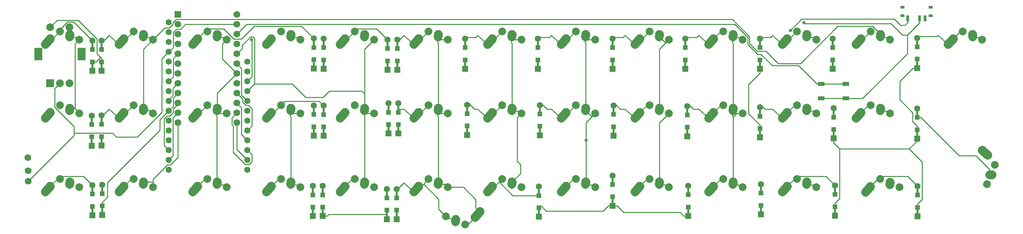
<source format=gbl>
G04 #@! TF.GenerationSoftware,KiCad,Pcbnew,(5.1.5-0-10_14)*
G04 #@! TF.CreationDate,2021-05-19T21:25:40+03:00*
G04 #@! TF.ProjectId,PRKL30,50524b4c-3330-42e6-9b69-6361645f7063,rev?*
G04 #@! TF.SameCoordinates,Original*
G04 #@! TF.FileFunction,Copper,L2,Bot*
G04 #@! TF.FilePolarity,Positive*
%FSLAX46Y46*%
G04 Gerber Fmt 4.6, Leading zero omitted, Abs format (unit mm)*
G04 Created by KiCad (PCBNEW (5.1.5-0-10_14)) date 2021-05-19 21:25:40*
%MOMM*%
%LPD*%
G04 APERTURE LIST*
%ADD10R,0.500000X2.500000*%
%ADD11C,1.600000*%
%ADD12R,1.600000X1.600000*%
%ADD13R,1.200000X1.200000*%
%ADD14R,2.000000X2.000000*%
%ADD15C,2.000000*%
%ADD16R,2.000000X3.200000*%
%ADD17C,2.250000*%
%ADD18C,2.250000*%
%ADD19C,1.752600*%
%ADD20R,1.752600X1.752600*%
%ADD21R,1.700000X1.000000*%
%ADD22R,0.700000X1.500000*%
%ADD23R,1.000000X0.800000*%
%ADD24C,0.800000*%
%ADD25C,0.250000*%
G04 APERTURE END LIST*
D10*
X146558000Y-64102000D03*
X146558000Y-69502000D03*
D11*
X146558000Y-62902000D03*
D12*
X146558000Y-70702000D03*
D13*
X146558000Y-68377000D03*
X146558000Y-65227000D03*
D14*
X59412500Y-74175000D03*
D15*
X61912500Y-74175000D03*
X64412500Y-74175000D03*
D16*
X56312500Y-66675000D03*
X67512500Y-66675000D03*
D15*
X59412500Y-59675000D03*
X64412500Y-59675000D03*
D11*
X110363000Y-68580000D03*
X110363000Y-71120000D03*
X110363000Y-73660000D03*
X110363000Y-76200000D03*
X110363000Y-78740000D03*
X110363000Y-81280000D03*
X110363000Y-83820000D03*
X110363000Y-86360000D03*
X110363000Y-88900000D03*
X110363000Y-96520000D03*
X110363000Y-91440000D03*
X110363000Y-93980000D03*
X90043000Y-58420000D03*
X90043000Y-60960000D03*
X90043000Y-63500000D03*
X90043000Y-66040000D03*
X90043000Y-68580000D03*
X90043000Y-71120000D03*
X90043000Y-73660000D03*
X90043000Y-76200000D03*
X90043000Y-78740000D03*
X90043000Y-81280000D03*
X90043000Y-83820000D03*
X90043000Y-86360000D03*
X90043000Y-88900000D03*
X90043000Y-91440000D03*
X90043000Y-93980000D03*
X90043000Y-96520000D03*
D17*
X164188000Y-109275000D02*
X164148458Y-109855032D01*
D18*
X164148000Y-109855000D03*
D17*
X170498000Y-107315000D02*
X169188010Y-108775008D01*
D18*
X169188000Y-108775000D03*
D15*
X161688000Y-108575000D03*
X166688000Y-110675000D03*
X303600000Y-95250000D03*
X301500000Y-100250000D03*
D18*
X301700000Y-92750000D03*
D17*
X300240000Y-91440000D02*
X301700008Y-92749990D01*
D18*
X302780000Y-97790000D03*
D17*
X302200000Y-97750000D02*
X302780032Y-97789542D01*
D10*
X130048000Y-63848000D03*
X130048000Y-69248000D03*
D11*
X130048000Y-62648000D03*
D12*
X130048000Y-70448000D03*
D13*
X130048000Y-68123000D03*
X130048000Y-64973000D03*
D19*
X107620000Y-56430000D03*
X92380000Y-84370000D03*
X107620000Y-58970000D03*
X107620000Y-61510000D03*
X107620000Y-64050000D03*
X107620000Y-66590000D03*
X107620000Y-69130000D03*
X107620000Y-71670000D03*
X107620000Y-74210000D03*
X107620000Y-76750000D03*
X107620000Y-79290000D03*
X107620000Y-81830000D03*
X107620000Y-84370000D03*
X92380000Y-81830000D03*
X92380000Y-79290000D03*
X92380000Y-76750000D03*
X92380000Y-74210000D03*
X92380000Y-71670000D03*
X92380000Y-69130000D03*
X92380000Y-66590000D03*
X92380000Y-64050000D03*
X92380000Y-61510000D03*
X92380000Y-58970000D03*
D20*
X92380000Y-56430000D03*
D10*
X70300000Y-64356000D03*
X70300000Y-69756000D03*
D11*
X70300000Y-63156000D03*
D12*
X70300000Y-70956000D03*
D13*
X70300000Y-68631000D03*
X70300000Y-65481000D03*
D10*
X72644000Y-64356000D03*
X72644000Y-69756000D03*
D11*
X72644000Y-63156000D03*
D12*
X72644000Y-70956000D03*
D13*
X72644000Y-68631000D03*
X72644000Y-65481000D03*
D10*
X127508000Y-63797000D03*
X127508000Y-69197000D03*
D11*
X127508000Y-62597000D03*
D12*
X127508000Y-70397000D03*
D13*
X127508000Y-68072000D03*
X127508000Y-64922000D03*
X149098000Y-65227000D03*
X149098000Y-68377000D03*
D12*
X149098000Y-70702000D03*
D11*
X149098000Y-62902000D03*
D10*
X149098000Y-69502000D03*
X149098000Y-64102000D03*
D13*
X166624000Y-64973000D03*
X166624000Y-68123000D03*
D12*
X166624000Y-70448000D03*
D11*
X166624000Y-62648000D03*
D10*
X166624000Y-69248000D03*
X166624000Y-63848000D03*
D13*
X185420000Y-64973000D03*
X185420000Y-68123000D03*
D12*
X185420000Y-70448000D03*
D11*
X185420000Y-62648000D03*
D10*
X185420000Y-69248000D03*
X185420000Y-63848000D03*
D13*
X204724000Y-64973000D03*
X204724000Y-68123000D03*
D12*
X204724000Y-70448000D03*
D11*
X204724000Y-62648000D03*
D10*
X204724000Y-69248000D03*
X204724000Y-63848000D03*
D13*
X223520000Y-64973000D03*
X223520000Y-68123000D03*
D12*
X223520000Y-70448000D03*
D11*
X223520000Y-62648000D03*
D10*
X223520000Y-69248000D03*
X223520000Y-63848000D03*
D13*
X242824000Y-64973000D03*
X242824000Y-68123000D03*
D12*
X242824000Y-70448000D03*
D11*
X242824000Y-62648000D03*
D10*
X242824000Y-69248000D03*
X242824000Y-63848000D03*
D13*
X261620000Y-64973000D03*
X261620000Y-68123000D03*
D12*
X261620000Y-70448000D03*
D11*
X261620000Y-62648000D03*
D10*
X261620000Y-69248000D03*
X261620000Y-63848000D03*
D13*
X283464000Y-64770000D03*
X283464000Y-67920000D03*
D12*
X283464000Y-70245000D03*
D11*
X283464000Y-62445000D03*
D10*
X283464000Y-69045000D03*
X283464000Y-63645000D03*
D13*
X70104000Y-84836000D03*
X70104000Y-87986000D03*
D12*
X70104000Y-90311000D03*
D11*
X70104000Y-82511000D03*
D10*
X70104000Y-89111000D03*
X70104000Y-83711000D03*
D13*
X72644000Y-84785000D03*
X72644000Y-87935000D03*
D12*
X72644000Y-90260000D03*
D11*
X72644000Y-82460000D03*
D10*
X72644000Y-89060000D03*
X72644000Y-83660000D03*
D13*
X127508000Y-82245000D03*
X127508000Y-85395000D03*
D12*
X127508000Y-87720000D03*
D11*
X127508000Y-79920000D03*
D10*
X127508000Y-86520000D03*
X127508000Y-81120000D03*
D13*
X130048000Y-82261000D03*
X130048000Y-85411000D03*
D12*
X130048000Y-87736000D03*
D11*
X130048000Y-79936000D03*
D10*
X130048000Y-86536000D03*
X130048000Y-81136000D03*
D13*
X146812000Y-81686000D03*
X146812000Y-84836000D03*
D12*
X146812000Y-87161000D03*
D11*
X146812000Y-79361000D03*
D10*
X146812000Y-85961000D03*
X146812000Y-80561000D03*
D13*
X149352000Y-81686000D03*
X149352000Y-84836000D03*
D12*
X149352000Y-87161000D03*
D11*
X149352000Y-79361000D03*
D10*
X149352000Y-85961000D03*
X149352000Y-80561000D03*
D13*
X167132000Y-82042000D03*
X167132000Y-85192000D03*
D12*
X167132000Y-87517000D03*
D11*
X167132000Y-79717000D03*
D10*
X167132000Y-86317000D03*
X167132000Y-80917000D03*
X185928000Y-81026000D03*
X185928000Y-86426000D03*
D11*
X185928000Y-79826000D03*
D12*
X185928000Y-87626000D03*
D13*
X185928000Y-85301000D03*
X185928000Y-82151000D03*
D10*
X204978000Y-81120000D03*
X204978000Y-86520000D03*
D11*
X204978000Y-79920000D03*
D12*
X204978000Y-87720000D03*
D13*
X204978000Y-85395000D03*
X204978000Y-82245000D03*
D10*
X224028000Y-81280000D03*
X224028000Y-86680000D03*
D11*
X224028000Y-80080000D03*
D12*
X224028000Y-87880000D03*
D13*
X224028000Y-85555000D03*
X224028000Y-82405000D03*
D10*
X242824000Y-81577000D03*
X242824000Y-86977000D03*
D11*
X242824000Y-80377000D03*
D12*
X242824000Y-88177000D03*
D13*
X242824000Y-85852000D03*
X242824000Y-82702000D03*
D10*
X261874000Y-81831000D03*
X261874000Y-87231000D03*
D11*
X261874000Y-80631000D03*
D12*
X261874000Y-88431000D03*
D13*
X261874000Y-86106000D03*
X261874000Y-82956000D03*
D10*
X70300000Y-101700000D03*
X70300000Y-107100000D03*
D11*
X70300000Y-100500000D03*
D12*
X70300000Y-108300000D03*
D13*
X70300000Y-105975000D03*
X70300000Y-102825000D03*
D10*
X72800000Y-101600000D03*
X72800000Y-107000000D03*
D11*
X72800000Y-100400000D03*
D12*
X72800000Y-108200000D03*
D13*
X72800000Y-105875000D03*
X72800000Y-102725000D03*
D10*
X127300000Y-101900000D03*
X127300000Y-107300000D03*
D11*
X127300000Y-100700000D03*
D12*
X127300000Y-108500000D03*
D13*
X127300000Y-106175000D03*
X127300000Y-103025000D03*
D10*
X129800000Y-101900000D03*
X129800000Y-107300000D03*
D11*
X129800000Y-100700000D03*
D12*
X129800000Y-108500000D03*
D13*
X129800000Y-106175000D03*
X129800000Y-103025000D03*
D10*
X146420000Y-102680000D03*
X146420000Y-108080000D03*
D11*
X146420000Y-101480000D03*
D12*
X146420000Y-109280000D03*
D13*
X146420000Y-106955000D03*
X146420000Y-103805000D03*
D10*
X148930000Y-102700000D03*
X148930000Y-108100000D03*
D11*
X148930000Y-101500000D03*
D12*
X148930000Y-109300000D03*
D13*
X148930000Y-106975000D03*
X148930000Y-103825000D03*
D10*
X185740000Y-102042000D03*
X185740000Y-107442000D03*
D11*
X185740000Y-100842000D03*
D12*
X185740000Y-108642000D03*
D13*
X185740000Y-106317000D03*
X185740000Y-103167000D03*
D10*
X204786000Y-99216000D03*
X204786000Y-104616000D03*
D11*
X204786000Y-98016000D03*
D12*
X204786000Y-105816000D03*
D13*
X204786000Y-103491000D03*
X204786000Y-100341000D03*
D10*
X224282000Y-101858000D03*
X224282000Y-107258000D03*
D11*
X224282000Y-100658000D03*
D12*
X224282000Y-108458000D03*
D13*
X224282000Y-106133000D03*
X224282000Y-102983000D03*
X243078000Y-102565000D03*
X243078000Y-105715000D03*
D12*
X243078000Y-108040000D03*
D11*
X243078000Y-100240000D03*
D10*
X243078000Y-106840000D03*
X243078000Y-101440000D03*
D13*
X262276000Y-102901000D03*
X262276000Y-106051000D03*
D12*
X262276000Y-108376000D03*
D11*
X262276000Y-100576000D03*
D10*
X262276000Y-107176000D03*
X262276000Y-101776000D03*
D13*
X283566000Y-103081000D03*
X283566000Y-106231000D03*
D12*
X283566000Y-108556000D03*
D11*
X283566000Y-100756000D03*
D10*
X283566000Y-107356000D03*
X283566000Y-101956000D03*
D21*
X258724000Y-78100000D03*
X265024000Y-78100000D03*
X258724000Y-74300000D03*
X265024000Y-74300000D03*
D17*
X64412500Y-62175000D02*
X64452042Y-61594968D01*
D18*
X64452500Y-61595000D03*
D17*
X58102500Y-64135000D02*
X59412490Y-62674992D01*
D18*
X59412500Y-62675000D03*
D15*
X66912500Y-62875000D03*
X61912500Y-60775000D03*
X80962500Y-60775000D03*
X85962500Y-62875000D03*
D18*
X78462500Y-62675000D03*
D17*
X77152500Y-64135000D02*
X78462490Y-62674992D01*
D18*
X83502500Y-61595000D03*
D17*
X83462500Y-62175000D02*
X83502042Y-61594968D01*
X102512000Y-62175000D02*
X102551542Y-61594968D01*
D18*
X102552000Y-61595000D03*
D17*
X96202000Y-64135000D02*
X97511990Y-62674992D01*
D18*
X97512000Y-62675000D03*
D15*
X105012000Y-62875000D03*
X100012000Y-60775000D03*
X119062000Y-60775000D03*
X124062000Y-62875000D03*
D18*
X116562000Y-62675000D03*
D17*
X115252000Y-64135000D02*
X116561990Y-62674992D01*
D18*
X121602000Y-61595000D03*
D17*
X121562000Y-62175000D02*
X121601542Y-61594968D01*
D15*
X138112000Y-60775000D03*
X143112000Y-62875000D03*
D18*
X135612000Y-62675000D03*
D17*
X134302000Y-64135000D02*
X135611990Y-62674992D01*
D18*
X140652000Y-61595000D03*
D17*
X140612000Y-62175000D02*
X140651542Y-61594968D01*
D15*
X157162000Y-60775000D03*
X162162000Y-62875000D03*
D18*
X154662000Y-62675000D03*
D17*
X153352000Y-64135000D02*
X154661990Y-62674992D01*
D18*
X159702000Y-61595000D03*
D17*
X159662000Y-62175000D02*
X159701542Y-61594968D01*
D15*
X176212000Y-60775000D03*
X181212000Y-62875000D03*
D18*
X173712000Y-62675000D03*
D17*
X172402000Y-64135000D02*
X173711990Y-62674992D01*
D18*
X178752000Y-61595000D03*
D17*
X178712000Y-62175000D02*
X178751542Y-61594968D01*
D15*
X195262000Y-60775000D03*
X200262000Y-62875000D03*
D18*
X192762000Y-62675000D03*
D17*
X191452000Y-64135000D02*
X192761990Y-62674992D01*
D18*
X197802000Y-61595000D03*
D17*
X197762000Y-62175000D02*
X197801542Y-61594968D01*
D15*
X214312000Y-60775000D03*
X219312000Y-62875000D03*
D18*
X211812000Y-62675000D03*
D17*
X210502000Y-64135000D02*
X211811990Y-62674992D01*
D18*
X216852000Y-61595000D03*
D17*
X216812000Y-62175000D02*
X216851542Y-61594968D01*
X235862000Y-62175000D02*
X235901542Y-61594968D01*
D18*
X235902000Y-61595000D03*
D17*
X229552000Y-64135000D02*
X230861990Y-62674992D01*
D18*
X230862000Y-62675000D03*
D15*
X238362000Y-62875000D03*
X233362000Y-60775000D03*
X252412000Y-60775000D03*
X257412000Y-62875000D03*
D18*
X249912000Y-62675000D03*
D17*
X248602000Y-64135000D02*
X249911990Y-62674992D01*
D18*
X254952000Y-61595000D03*
D17*
X254912000Y-62175000D02*
X254951542Y-61594968D01*
D15*
X271462000Y-60775000D03*
X276462000Y-62875000D03*
D18*
X268962000Y-62675000D03*
D17*
X267652000Y-64135000D02*
X268961990Y-62674992D01*
D18*
X274002000Y-61595000D03*
D17*
X273962000Y-62175000D02*
X274001542Y-61594968D01*
D15*
X61912500Y-79825000D03*
X66912500Y-81925000D03*
D18*
X59412500Y-81725000D03*
D17*
X58102500Y-83185000D02*
X59412490Y-81724992D01*
D18*
X64452500Y-80645000D03*
D17*
X64412500Y-81225000D02*
X64452042Y-80644968D01*
D15*
X80962500Y-79825000D03*
X85962500Y-81925000D03*
D18*
X78462500Y-81725000D03*
D17*
X77152500Y-83185000D02*
X78462490Y-81724992D01*
D18*
X83502500Y-80645000D03*
D17*
X83462500Y-81225000D02*
X83502042Y-80644968D01*
D15*
X100012000Y-79825000D03*
X105012000Y-81925000D03*
D18*
X97512000Y-81725000D03*
D17*
X96202000Y-83185000D02*
X97511990Y-81724992D01*
D18*
X102552000Y-80645000D03*
D17*
X102512000Y-81225000D02*
X102551542Y-80644968D01*
D15*
X119062000Y-79825000D03*
X124062000Y-81925000D03*
D18*
X116562000Y-81725000D03*
D17*
X115252000Y-83185000D02*
X116561990Y-81724992D01*
D18*
X121602000Y-80645000D03*
D17*
X121562000Y-81225000D02*
X121601542Y-80644968D01*
D15*
X138112000Y-79825000D03*
X143112000Y-81925000D03*
D18*
X135612000Y-81725000D03*
D17*
X134302000Y-83185000D02*
X135611990Y-81724992D01*
D18*
X140652000Y-80645000D03*
D17*
X140612000Y-81225000D02*
X140651542Y-80644968D01*
D15*
X157162000Y-79825000D03*
X162162000Y-81925000D03*
D18*
X154662000Y-81725000D03*
D17*
X153352000Y-83185000D02*
X154661990Y-81724992D01*
D18*
X159702000Y-80645000D03*
D17*
X159662000Y-81225000D02*
X159701542Y-80644968D01*
D15*
X176212000Y-79825000D03*
X181212000Y-81925000D03*
D18*
X173712000Y-81725000D03*
D17*
X172402000Y-83185000D02*
X173711990Y-81724992D01*
D18*
X178752000Y-80645000D03*
D17*
X178712000Y-81225000D02*
X178751542Y-80644968D01*
D15*
X195262000Y-79825000D03*
X200262000Y-81925000D03*
D18*
X192762000Y-81725000D03*
D17*
X191452000Y-83185000D02*
X192761990Y-81724992D01*
D18*
X197802000Y-80645000D03*
D17*
X197762000Y-81225000D02*
X197801542Y-80644968D01*
X216812000Y-81225000D02*
X216851542Y-80644968D01*
D18*
X216852000Y-80645000D03*
D17*
X210502000Y-83185000D02*
X211811990Y-81724992D01*
D18*
X211812000Y-81725000D03*
D15*
X219312000Y-81925000D03*
X214312000Y-79825000D03*
D17*
X235862000Y-81225000D02*
X235901542Y-80644968D01*
D18*
X235902000Y-80645000D03*
D17*
X229552000Y-83185000D02*
X230861990Y-81724992D01*
D18*
X230862000Y-81725000D03*
D15*
X238362000Y-81925000D03*
X233362000Y-79825000D03*
D17*
X254912000Y-81225000D02*
X254951542Y-80644968D01*
D18*
X254952000Y-80645000D03*
D17*
X248602000Y-83185000D02*
X249911990Y-81724992D01*
D18*
X249912000Y-81725000D03*
D15*
X257412000Y-81925000D03*
X252412000Y-79825000D03*
D17*
X273962000Y-81225000D02*
X274001542Y-80644968D01*
D18*
X274002000Y-80645000D03*
D17*
X267652000Y-83185000D02*
X268961990Y-81724992D01*
D18*
X268962000Y-81725000D03*
D15*
X276462000Y-81925000D03*
X271462000Y-79825000D03*
D17*
X64412500Y-100275000D02*
X64452042Y-99694968D01*
D18*
X64452500Y-99695000D03*
D17*
X58102500Y-102235000D02*
X59412490Y-100774992D01*
D18*
X59412500Y-100775000D03*
D15*
X66912500Y-100975000D03*
X61912500Y-98875000D03*
D17*
X83462500Y-100275000D02*
X83502042Y-99694968D01*
D18*
X83502500Y-99695000D03*
D17*
X77152500Y-102235000D02*
X78462490Y-100774992D01*
D18*
X78462500Y-100775000D03*
D15*
X85962500Y-100975000D03*
X80962500Y-98875000D03*
D17*
X102512000Y-100275000D02*
X102551542Y-99694968D01*
D18*
X102552000Y-99695000D03*
D17*
X96202000Y-102235000D02*
X97511990Y-100774992D01*
D18*
X97512000Y-100775000D03*
D15*
X105012000Y-100975000D03*
X100012000Y-98875000D03*
D17*
X121562000Y-100275000D02*
X121601542Y-99694968D01*
D18*
X121602000Y-99695000D03*
D17*
X115252000Y-102235000D02*
X116561990Y-100774992D01*
D18*
X116562000Y-100775000D03*
D15*
X124062000Y-100975000D03*
X119062000Y-98875000D03*
D17*
X140612000Y-100275000D02*
X140651542Y-99694968D01*
D18*
X140652000Y-99695000D03*
D17*
X134302000Y-102235000D02*
X135611990Y-100774992D01*
D18*
X135612000Y-100775000D03*
D15*
X143112000Y-100975000D03*
X138112000Y-98875000D03*
X157162000Y-98875000D03*
X162162000Y-100975000D03*
D18*
X154662000Y-100775000D03*
D17*
X153352000Y-102235000D02*
X154661990Y-100774992D01*
D18*
X159702000Y-99695000D03*
D17*
X159662000Y-100275000D02*
X159701542Y-99694968D01*
X178712000Y-100275000D02*
X178751542Y-99694968D01*
D18*
X178752000Y-99695000D03*
D17*
X172402000Y-102235000D02*
X173711990Y-100774992D01*
D18*
X173712000Y-100775000D03*
D15*
X181212000Y-100975000D03*
X176212000Y-98875000D03*
D17*
X197762000Y-100275000D02*
X197801542Y-99694968D01*
D18*
X197802000Y-99695000D03*
D17*
X191452000Y-102235000D02*
X192761990Y-100774992D01*
D18*
X192762000Y-100775000D03*
D15*
X200262000Y-100975000D03*
X195262000Y-98875000D03*
D17*
X216812000Y-100275000D02*
X216851542Y-99694968D01*
D18*
X216852000Y-99695000D03*
D17*
X210502000Y-102235000D02*
X211811990Y-100774992D01*
D18*
X211812000Y-100775000D03*
D15*
X219312000Y-100975000D03*
X214312000Y-98875000D03*
D17*
X235862000Y-100275000D02*
X235901542Y-99694968D01*
D18*
X235902000Y-99695000D03*
D17*
X229552000Y-102235000D02*
X230861990Y-100774992D01*
D18*
X230862000Y-100775000D03*
D15*
X238362000Y-100975000D03*
X233362000Y-98875000D03*
D17*
X254912000Y-100275000D02*
X254951542Y-99694968D01*
D18*
X254952000Y-99695000D03*
D17*
X248602000Y-102235000D02*
X249911990Y-100774992D01*
D18*
X249912000Y-100775000D03*
D15*
X257412000Y-100975000D03*
X252412000Y-98875000D03*
D17*
X276400000Y-100300000D02*
X276439542Y-99719968D01*
D18*
X276440000Y-99720000D03*
D17*
X270090000Y-102260000D02*
X271399990Y-100799992D01*
D18*
X271400000Y-100800000D03*
D15*
X278900000Y-101000000D03*
X273900000Y-98900000D03*
D17*
X297775000Y-62175000D02*
X297814542Y-61594968D01*
D18*
X297815000Y-61595000D03*
D17*
X291465000Y-64135000D02*
X292774990Y-62674992D01*
D18*
X292775000Y-62675000D03*
D15*
X300275000Y-62875000D03*
X295275000Y-60775000D03*
D13*
X283464000Y-83007000D03*
X283464000Y-86157000D03*
D12*
X283464000Y-88482000D03*
D11*
X283464000Y-80682000D03*
D10*
X283464000Y-87282000D03*
X283464000Y-81882000D03*
D19*
X53700000Y-96800000D03*
X53700000Y-99500000D03*
X53600000Y-93400000D03*
D22*
X281050000Y-57372600D03*
X284050000Y-57372600D03*
X285550000Y-57372600D03*
D23*
X279650000Y-54512600D03*
X286950000Y-54512600D03*
X286950000Y-56722600D03*
X279650000Y-56722600D03*
D24*
X197866100Y-88900000D03*
X254188400Y-58471200D03*
X111486300Y-62927800D03*
X250687900Y-60512400D03*
D25*
X61912500Y-60775000D02*
X61912500Y-60289000D01*
X61912500Y-60289000D02*
X63867700Y-58333800D01*
X63867700Y-58333800D02*
X65477800Y-58333800D01*
X65477800Y-58333800D02*
X70300000Y-63156000D01*
X59412500Y-62675000D02*
X60012500Y-62675000D01*
X60012500Y-62675000D02*
X61912500Y-60775000D01*
X70300000Y-65481000D02*
X70300000Y-64356000D01*
X70300000Y-63156000D02*
X70300000Y-64356000D01*
X58102500Y-63985000D02*
X59412500Y-62675000D01*
X58102500Y-64135000D02*
X58102500Y-63985000D01*
X80962500Y-60775000D02*
X79062500Y-62675000D01*
X79062500Y-62675000D02*
X78462500Y-62675000D01*
X77152500Y-64135000D02*
X74588700Y-61834700D01*
X72644000Y-63156000D02*
X73267400Y-63156000D01*
X73267400Y-63156000D02*
X74588700Y-61834700D01*
X72644000Y-63156000D02*
X72644000Y-64356000D01*
X72644000Y-65481000D02*
X72644000Y-64356000D01*
X77152500Y-63985000D02*
X78462500Y-62675000D01*
X77152500Y-64135000D02*
X77152500Y-63985000D01*
X100012000Y-60775000D02*
X99412000Y-60775000D01*
X99412000Y-60775000D02*
X97512000Y-62675000D01*
X127508000Y-62597000D02*
X124331400Y-59420400D01*
X124331400Y-59420400D02*
X112139900Y-59420400D01*
X112139900Y-59420400D02*
X108835500Y-62724800D01*
X108835500Y-62724800D02*
X106855500Y-62724800D01*
X106855500Y-62724800D02*
X104238700Y-60108000D01*
X104238700Y-60108000D02*
X100679000Y-60108000D01*
X100679000Y-60108000D02*
X100012000Y-60775000D01*
X127508000Y-62597000D02*
X127508000Y-63797000D01*
X127508000Y-64922000D02*
X127508000Y-63797000D01*
X96202000Y-63985000D02*
X97512000Y-62675000D01*
X96202000Y-64135000D02*
X96202000Y-63985000D01*
X116724600Y-63511300D02*
X116562000Y-63348700D01*
X116562000Y-63348700D02*
X116562000Y-62675000D01*
X130048000Y-63848000D02*
X130048000Y-64973000D01*
X130048000Y-62648000D02*
X130048000Y-63848000D01*
X115252000Y-63985000D02*
X116562000Y-62675000D01*
X115252000Y-64135000D02*
X115252000Y-63985000D01*
X135612000Y-62675000D02*
X136212000Y-62675000D01*
X136212000Y-62675000D02*
X138112000Y-60775000D01*
X135774600Y-63511300D02*
X135612000Y-63348700D01*
X135612000Y-63348700D02*
X135612000Y-62675000D01*
X146558000Y-65227000D02*
X146558000Y-64102000D01*
X146558000Y-62902000D02*
X146558000Y-64102000D01*
X138112000Y-60775000D02*
X138758600Y-60128400D01*
X138758600Y-60128400D02*
X143784400Y-60128400D01*
X143784400Y-60128400D02*
X146558000Y-62902000D01*
X134302000Y-63985000D02*
X135612000Y-62675000D01*
X134302000Y-64135000D02*
X134302000Y-63985000D01*
X157162000Y-60775000D02*
X155262000Y-62675000D01*
X155262000Y-62675000D02*
X154662000Y-62675000D01*
X153352000Y-64135000D02*
X150788200Y-61834700D01*
X149098000Y-62902000D02*
X149720900Y-62902000D01*
X149720900Y-62902000D02*
X150788200Y-61834700D01*
X149098000Y-62902000D02*
X149098000Y-64102000D01*
X149098000Y-64102000D02*
X149098000Y-65227000D01*
X153352000Y-63985000D02*
X154662000Y-62675000D01*
X153352000Y-64135000D02*
X153352000Y-63985000D01*
X176212000Y-60775000D02*
X174312000Y-62675000D01*
X174312000Y-62675000D02*
X173712000Y-62675000D01*
X172402000Y-64135000D02*
X169838200Y-61834700D01*
X166624000Y-62648000D02*
X166624000Y-62272700D01*
X166624000Y-63848000D02*
X166624000Y-62648000D01*
X169838200Y-61834700D02*
X169400200Y-62272700D01*
X169400200Y-62272700D02*
X166624000Y-62272700D01*
X166624000Y-63848000D02*
X166624000Y-64973000D01*
X172402000Y-63985000D02*
X173712000Y-62675000D01*
X172402000Y-64135000D02*
X172402000Y-63985000D01*
X195262000Y-60775000D02*
X193362000Y-62675000D01*
X193362000Y-62675000D02*
X192762000Y-62675000D01*
X191452000Y-64135000D02*
X188888200Y-61834700D01*
X185420000Y-62648000D02*
X185420000Y-62272700D01*
X185420000Y-63848000D02*
X185420000Y-62648000D01*
X188888200Y-61834700D02*
X188450200Y-62272700D01*
X188450200Y-62272700D02*
X185420000Y-62272700D01*
X185420000Y-63848000D02*
X185420000Y-64973000D01*
X191452000Y-63985000D02*
X192762000Y-62675000D01*
X191452000Y-64135000D02*
X191452000Y-63985000D01*
X214312000Y-60775000D02*
X212412000Y-62675000D01*
X212412000Y-62675000D02*
X211812000Y-62675000D01*
X210502000Y-64135000D02*
X207938200Y-61834700D01*
X204724000Y-62648000D02*
X204724000Y-62272700D01*
X204724000Y-63848000D02*
X204724000Y-62648000D01*
X207938200Y-61834700D02*
X207500200Y-62272700D01*
X207500200Y-62272700D02*
X204724000Y-62272700D01*
X204724000Y-63848000D02*
X204724000Y-64973000D01*
X210502000Y-63985000D02*
X211812000Y-62675000D01*
X210502000Y-64135000D02*
X210502000Y-63985000D01*
X223520000Y-62648000D02*
X223520000Y-62272700D01*
X223520000Y-63848000D02*
X223520000Y-62648000D01*
X226988200Y-61834700D02*
X226550200Y-62272700D01*
X226550200Y-62272700D02*
X223520000Y-62272700D01*
X229552000Y-64135000D02*
X226988200Y-61834700D01*
X223520000Y-63848000D02*
X223520000Y-64973000D01*
X230862000Y-62675000D02*
X230862000Y-63348700D01*
X230862000Y-63348700D02*
X231024600Y-63511300D01*
X233362000Y-60775000D02*
X232762000Y-60775000D01*
X232762000Y-60775000D02*
X230862000Y-62675000D01*
X229552000Y-63985000D02*
X230862000Y-62675000D01*
X229552000Y-64135000D02*
X229552000Y-63985000D01*
X252412000Y-60775000D02*
X250512000Y-62675000D01*
X250512000Y-62675000D02*
X249912000Y-62675000D01*
X248602000Y-64135000D02*
X246038200Y-61834700D01*
X242824000Y-62648000D02*
X242824000Y-62272700D01*
X242824000Y-63848000D02*
X242824000Y-62648000D01*
X246038200Y-61834700D02*
X245600200Y-62272700D01*
X245600200Y-62272700D02*
X242824000Y-62272700D01*
X242824000Y-63848000D02*
X242824000Y-64973000D01*
X248602000Y-63985000D02*
X249912000Y-62675000D01*
X248602000Y-64135000D02*
X248602000Y-63985000D01*
X271462000Y-60775000D02*
X269562000Y-62675000D01*
X269562000Y-62675000D02*
X268962000Y-62675000D01*
X261620000Y-63848000D02*
X261620000Y-62648000D01*
X261620000Y-63848000D02*
X261620000Y-64973000D01*
X267652000Y-63985000D02*
X268962000Y-62675000D01*
X267652000Y-64135000D02*
X267652000Y-63985000D01*
X283464000Y-62445000D02*
X283464000Y-62069700D01*
X283464000Y-63645000D02*
X283464000Y-62445000D01*
X288901200Y-61834700D02*
X288666200Y-62069700D01*
X288666200Y-62069700D02*
X283464000Y-62069700D01*
X292775000Y-62675000D02*
X292775000Y-63348700D01*
X292775000Y-63348700D02*
X292937600Y-63511300D01*
X295275000Y-60775000D02*
X294675000Y-60775000D01*
X294675000Y-60775000D02*
X292775000Y-62675000D01*
X291465000Y-64135000D02*
X288901200Y-61834700D01*
X283464000Y-63645000D02*
X283464000Y-64770000D01*
X291465000Y-63985000D02*
X292775000Y-62675000D01*
X291465000Y-64135000D02*
X291465000Y-63985000D01*
X70104000Y-82511000D02*
X70104000Y-83711000D01*
X70104000Y-83711000D02*
X70104000Y-84836000D01*
X80962500Y-79825000D02*
X79062500Y-81725000D01*
X79062500Y-81725000D02*
X78462500Y-81725000D01*
X77152500Y-83185000D02*
X74588700Y-80884700D01*
X72644000Y-82460000D02*
X72644000Y-83660000D01*
X72644000Y-82460000D02*
X73013400Y-82460000D01*
X73013400Y-82460000D02*
X74588700Y-80884700D01*
X72644000Y-83660000D02*
X72644000Y-84785000D01*
X77152500Y-83035000D02*
X78462500Y-81725000D01*
X77152500Y-83185000D02*
X77152500Y-83035000D01*
X97512000Y-81725000D02*
X98112000Y-81725000D01*
X98112000Y-81725000D02*
X100012000Y-79825000D01*
X97674600Y-82561300D02*
X97512000Y-82398700D01*
X97512000Y-82398700D02*
X97512000Y-81725000D01*
X127508000Y-81120000D02*
X127508000Y-82245000D01*
X127508000Y-79920000D02*
X127508000Y-81120000D01*
X119062000Y-79825000D02*
X120104500Y-78782500D01*
X120104500Y-78782500D02*
X128894500Y-78782500D01*
X128894500Y-78782500D02*
X130048000Y-79936000D01*
X116562000Y-81725000D02*
X117162000Y-81725000D01*
X117162000Y-81725000D02*
X119062000Y-79825000D01*
X116724600Y-82561300D02*
X116562000Y-82398700D01*
X116562000Y-82398700D02*
X116562000Y-81725000D01*
X130048000Y-79936000D02*
X130048000Y-81136000D01*
X130048000Y-81136000D02*
X130048000Y-82261000D01*
X115252000Y-83035000D02*
X116562000Y-81725000D01*
X115252000Y-83185000D02*
X115252000Y-83035000D01*
X135774600Y-82561300D02*
X135612000Y-82398700D01*
X135612000Y-82398700D02*
X135612000Y-81725000D01*
X146812000Y-79361000D02*
X146812000Y-80561000D01*
X146812000Y-80561000D02*
X146812000Y-81686000D01*
X134302000Y-83035000D02*
X135612000Y-81725000D01*
X134302000Y-83185000D02*
X134302000Y-83035000D01*
X157162000Y-79825000D02*
X155262000Y-81725000D01*
X155262000Y-81725000D02*
X154662000Y-81725000D01*
X153352000Y-83185000D02*
X150788200Y-80884700D01*
X149352000Y-80884800D02*
X149352000Y-81686000D01*
X149352000Y-80561000D02*
X149352000Y-80884800D01*
X149352000Y-80884800D02*
X150788100Y-80884800D01*
X150788100Y-80884800D02*
X150788200Y-80884700D01*
X149352000Y-79361000D02*
X149352000Y-80561000D01*
X153352000Y-83035000D02*
X154662000Y-81725000D01*
X153352000Y-83185000D02*
X153352000Y-83035000D01*
X176212000Y-79825000D02*
X174312000Y-81725000D01*
X174312000Y-81725000D02*
X173712000Y-81725000D01*
X172402000Y-83185000D02*
X169838200Y-80884700D01*
X167132000Y-79717000D02*
X167132000Y-79341700D01*
X167132000Y-79717000D02*
X167132000Y-80917000D01*
X167132000Y-80917000D02*
X167132000Y-82042000D01*
X167132000Y-79341700D02*
X167563400Y-79341700D01*
X167563400Y-79341700D02*
X169106500Y-80884800D01*
X169106500Y-80884800D02*
X169838100Y-80884800D01*
X169838100Y-80884800D02*
X169838200Y-80884700D01*
X172402000Y-83035000D02*
X173712000Y-81725000D01*
X172402000Y-83185000D02*
X172402000Y-83035000D01*
X195262000Y-79825000D02*
X193362000Y-81725000D01*
X193362000Y-81725000D02*
X192762000Y-81725000D01*
X191452000Y-83185000D02*
X188888200Y-80884700D01*
X185928000Y-79826000D02*
X185928000Y-79450700D01*
X185928000Y-79826000D02*
X185928000Y-81026000D01*
X185928000Y-81026000D02*
X185928000Y-82151000D01*
X185928000Y-79450700D02*
X186359400Y-79450700D01*
X186359400Y-79450700D02*
X187793500Y-80884800D01*
X187793500Y-80884800D02*
X188888100Y-80884800D01*
X188888100Y-80884800D02*
X188888200Y-80884700D01*
X191452000Y-83035000D02*
X192762000Y-81725000D01*
X191452000Y-83185000D02*
X191452000Y-83035000D01*
X214312000Y-79825000D02*
X213712000Y-79825000D01*
X213712000Y-79825000D02*
X211812000Y-81725000D01*
X204978000Y-79920000D02*
X204978000Y-79544700D01*
X204978000Y-79920000D02*
X204978000Y-81120000D01*
X204978000Y-81120000D02*
X204978000Y-82245000D01*
X204978000Y-79544700D02*
X205409400Y-79544700D01*
X205409400Y-79544700D02*
X206749500Y-80884800D01*
X206749500Y-80884800D02*
X207938100Y-80884800D01*
X207938100Y-80884800D02*
X207938200Y-80884700D01*
X210502000Y-83185000D02*
X207938200Y-80884700D01*
X211812000Y-81725000D02*
X211812000Y-82398700D01*
X211812000Y-82398700D02*
X211974600Y-82561300D01*
X210502000Y-83035000D02*
X211812000Y-81725000D01*
X210502000Y-83185000D02*
X210502000Y-83035000D01*
X230862000Y-81725000D02*
X230862000Y-82398700D01*
X230862000Y-82398700D02*
X231024600Y-82561300D01*
X233362000Y-79825000D02*
X232762000Y-79825000D01*
X232762000Y-79825000D02*
X230862000Y-81725000D01*
X224028000Y-80080000D02*
X224028000Y-79704700D01*
X224028000Y-80080000D02*
X224028000Y-81280000D01*
X224028000Y-81280000D02*
X224028000Y-82405000D01*
X224028000Y-79704700D02*
X224459400Y-79704700D01*
X224459400Y-79704700D02*
X225639500Y-80884800D01*
X225639500Y-80884800D02*
X226988100Y-80884800D01*
X226988100Y-80884800D02*
X226988200Y-80884700D01*
X229552000Y-83185000D02*
X226988200Y-80884700D01*
X229552000Y-83035000D02*
X230862000Y-81725000D01*
X229552000Y-83185000D02*
X229552000Y-83035000D01*
X242824000Y-80377000D02*
X242824000Y-80001700D01*
X242824000Y-81577000D02*
X242824000Y-80377000D01*
X249912000Y-81725000D02*
X249912000Y-82398700D01*
X249912000Y-82398700D02*
X250074600Y-82561300D01*
X252412000Y-79825000D02*
X251812000Y-79825000D01*
X251812000Y-79825000D02*
X249912000Y-81725000D01*
X242824000Y-80001700D02*
X243255400Y-80001700D01*
X243255400Y-80001700D02*
X244138500Y-80884800D01*
X244138500Y-80884800D02*
X246038100Y-80884800D01*
X246038100Y-80884800D02*
X246038200Y-80884700D01*
X248602000Y-83185000D02*
X246038200Y-80884700D01*
X242824000Y-82702000D02*
X242824000Y-81577000D01*
X248602000Y-83035000D02*
X249912000Y-81725000D01*
X248602000Y-83185000D02*
X248602000Y-83035000D01*
X268962000Y-81725000D02*
X268962000Y-82398700D01*
X268962000Y-82398700D02*
X269124600Y-82561300D01*
X271462000Y-79825000D02*
X270862000Y-79825000D01*
X270862000Y-79825000D02*
X268962000Y-81725000D01*
X261874000Y-80631000D02*
X261874000Y-81831000D01*
X261874000Y-81831000D02*
X261874000Y-82956000D01*
X267652000Y-83035000D02*
X268962000Y-81725000D01*
X267652000Y-83185000D02*
X267652000Y-83035000D01*
X61912500Y-98875000D02*
X61312500Y-98875000D01*
X61312500Y-98875000D02*
X59412500Y-100775000D01*
X70300000Y-100500000D02*
X67990200Y-98190200D01*
X67990200Y-98190200D02*
X62597300Y-98190200D01*
X62597300Y-98190200D02*
X61912500Y-98875000D01*
X59412500Y-100775000D02*
X59412500Y-101448700D01*
X59412500Y-101448700D02*
X59575100Y-101611300D01*
X70300000Y-101700000D02*
X70300000Y-102825000D01*
X70300000Y-100500000D02*
X70300000Y-101700000D01*
X58102500Y-102085000D02*
X59412500Y-100775000D01*
X58102500Y-102235000D02*
X58102500Y-102085000D01*
X78462500Y-100775000D02*
X78462500Y-101448700D01*
X78462500Y-101448700D02*
X78625100Y-101611300D01*
X80962500Y-98875000D02*
X80362500Y-98875000D01*
X80362500Y-98875000D02*
X78462500Y-100775000D01*
X72800000Y-100400000D02*
X72800000Y-101600000D01*
X72800000Y-102725000D02*
X72800000Y-101600000D01*
X77152500Y-102085000D02*
X78462500Y-100775000D01*
X77152500Y-102235000D02*
X77152500Y-102085000D01*
X100012000Y-98875000D02*
X99412000Y-98875000D01*
X99412000Y-98875000D02*
X97512000Y-100775000D01*
X127300000Y-101900000D02*
X127300000Y-103025000D01*
X127300000Y-100700000D02*
X127300000Y-101900000D01*
X116562000Y-100775000D02*
X116562000Y-101448700D01*
X116562000Y-101448700D02*
X116724600Y-101611300D01*
X119062000Y-98875000D02*
X118462000Y-98875000D01*
X118462000Y-98875000D02*
X116562000Y-100775000D01*
X129800000Y-100700000D02*
X129800000Y-101900000D01*
X129800000Y-103025000D02*
X129800000Y-101900000D01*
X115252000Y-102085000D02*
X116562000Y-100775000D01*
X115252000Y-102235000D02*
X115252000Y-102085000D01*
X138112000Y-98875000D02*
X137512000Y-98875000D01*
X137512000Y-98875000D02*
X135612000Y-100775000D01*
X146420000Y-102680000D02*
X146420000Y-101480000D01*
X146420000Y-103805000D02*
X146420000Y-102680000D01*
X134302000Y-102085000D02*
X135612000Y-100775000D01*
X134302000Y-102235000D02*
X134302000Y-102085000D01*
X164188000Y-109275000D02*
X162714500Y-109174600D01*
X162714500Y-109174600D02*
X162287600Y-109174600D01*
X162287600Y-109174600D02*
X161688000Y-108575000D01*
X164148000Y-109855000D02*
X164188000Y-109815000D01*
X164188000Y-109815000D02*
X164188000Y-109275000D01*
X161688000Y-108575000D02*
X159811100Y-106698100D01*
X159811100Y-106698100D02*
X159811100Y-104115700D01*
X159811100Y-104115700D02*
X156042500Y-100347100D01*
X154662000Y-100775000D02*
X154662000Y-101448700D01*
X154662000Y-101448700D02*
X154824600Y-101611300D01*
X156042500Y-100347100D02*
X155089900Y-100347100D01*
X155089900Y-100347100D02*
X154662000Y-100775000D01*
X153352000Y-102235000D02*
X150788200Y-99934700D01*
X148930000Y-101500000D02*
X149222900Y-101500000D01*
X149222900Y-101500000D02*
X150788200Y-99934700D01*
X148930000Y-101500000D02*
X148930000Y-102700000D01*
X148930000Y-103825000D02*
X148930000Y-102700000D01*
X156042500Y-100347100D02*
X156042500Y-99994500D01*
X156042500Y-99994500D02*
X157162000Y-98875000D01*
X153352000Y-102085000D02*
X154662000Y-100775000D01*
X153352000Y-102235000D02*
X153352000Y-102085000D01*
X185740000Y-100842000D02*
X185740000Y-102042000D01*
X185277400Y-103167000D02*
X185740000Y-102704400D01*
X185740000Y-102704400D02*
X185740000Y-102042000D01*
X185277400Y-103167000D02*
X184814700Y-103167000D01*
X185740000Y-103167000D02*
X185277400Y-103167000D01*
X175422400Y-99664600D02*
X174312000Y-100775000D01*
X174312000Y-100775000D02*
X173712000Y-100775000D01*
X176212000Y-98875000D02*
X175422400Y-99664600D01*
X175422400Y-99664600D02*
X178924800Y-103167000D01*
X178924800Y-103167000D02*
X184814700Y-103167000D01*
X172402000Y-102085000D02*
X173712000Y-100775000D01*
X172402000Y-102235000D02*
X172402000Y-102085000D01*
X204786000Y-98016000D02*
X204786000Y-99216000D01*
X204786000Y-100341000D02*
X204786000Y-99216000D01*
X192762000Y-100775000D02*
X192762000Y-101448700D01*
X192762000Y-101448700D02*
X192924600Y-101611300D01*
X195262000Y-98875000D02*
X194662000Y-98875000D01*
X194662000Y-98875000D02*
X192762000Y-100775000D01*
X191452000Y-102085000D02*
X192762000Y-100775000D01*
X191452000Y-102235000D02*
X191452000Y-102085000D01*
X214312000Y-98875000D02*
X213712000Y-98875000D01*
X213712000Y-98875000D02*
X211812000Y-100775000D01*
X224282000Y-102983000D02*
X224282000Y-101858000D01*
X224282000Y-100658000D02*
X224282000Y-101858000D01*
X211812000Y-100775000D02*
X211812000Y-101448700D01*
X211812000Y-101448700D02*
X211974600Y-101611300D01*
X210502000Y-102085000D02*
X211812000Y-100775000D01*
X210502000Y-102235000D02*
X210502000Y-102085000D01*
X233362000Y-98875000D02*
X232762000Y-98875000D01*
X232762000Y-98875000D02*
X230862000Y-100775000D01*
X243078000Y-101440000D02*
X243078000Y-102565000D01*
X243078000Y-100240000D02*
X243078000Y-101440000D01*
X229552000Y-102085000D02*
X230862000Y-100775000D01*
X229552000Y-102235000D02*
X229552000Y-102085000D01*
X252412000Y-98875000D02*
X253044300Y-98242700D01*
X253044300Y-98242700D02*
X259942700Y-98242700D01*
X259942700Y-98242700D02*
X262276000Y-100576000D01*
X252412000Y-98875000D02*
X251812000Y-98875000D01*
X251812000Y-98875000D02*
X249912000Y-100775000D01*
X249912000Y-100775000D02*
X249912000Y-101448700D01*
X249912000Y-101448700D02*
X250074600Y-101611300D01*
X262276000Y-100576000D02*
X262276000Y-101776000D01*
X262276000Y-101776000D02*
X262276000Y-102901000D01*
X248602000Y-102085000D02*
X249912000Y-100775000D01*
X248602000Y-102235000D02*
X248602000Y-102085000D01*
X72397300Y-67459000D02*
X71472000Y-66533700D01*
X71472000Y-66533700D02*
X71472000Y-62720300D01*
X71472000Y-62720300D02*
X66635100Y-57883400D01*
X66635100Y-57883400D02*
X61204100Y-57883400D01*
X61204100Y-57883400D02*
X59412500Y-59675000D01*
X72644000Y-67705700D02*
X72397300Y-67459000D01*
X72397300Y-67459000D02*
X71225300Y-68631000D01*
X70300000Y-68631000D02*
X71225300Y-68631000D01*
X223520000Y-69248000D02*
X223520000Y-70448000D01*
X223520000Y-68123000D02*
X223520000Y-69248000D01*
X72644000Y-68631000D02*
X72644000Y-67705700D01*
X72644000Y-69756000D02*
X72644000Y-68631000D01*
X146558000Y-70702000D02*
X146558000Y-69502000D01*
X146558000Y-68377000D02*
X146558000Y-69502000D01*
X130048000Y-70448000D02*
X130048000Y-69248000D01*
X130048000Y-68123000D02*
X130048000Y-69248000D01*
X70300000Y-70956000D02*
X70300000Y-69756000D01*
X70300000Y-68631000D02*
X70300000Y-69756000D01*
X72644000Y-70956000D02*
X72644000Y-69756000D01*
X127508000Y-70397000D02*
X127508000Y-69197000D01*
X127508000Y-68072000D02*
X127508000Y-69197000D01*
X149098000Y-70702000D02*
X149098000Y-69502000D01*
X149098000Y-69502000D02*
X149098000Y-68377000D01*
X166624000Y-70448000D02*
X166624000Y-69248000D01*
X166624000Y-69248000D02*
X166624000Y-68123000D01*
X185420000Y-70448000D02*
X185420000Y-69248000D01*
X185420000Y-69248000D02*
X185420000Y-68123000D01*
X204724000Y-70448000D02*
X204724000Y-69248000D01*
X204724000Y-69248000D02*
X204724000Y-68123000D01*
X70104000Y-89111000D02*
X70104000Y-87986000D01*
X70104000Y-90311000D02*
X70104000Y-89111000D01*
X90043000Y-78740000D02*
X90043000Y-78450100D01*
X90043000Y-78450100D02*
X91168300Y-77324800D01*
X91168300Y-77324800D02*
X91168300Y-75421700D01*
X91168300Y-75421700D02*
X92380000Y-74210000D01*
X72644000Y-89060000D02*
X72644000Y-87935000D01*
X72644000Y-90260000D02*
X72644000Y-89060000D01*
X185928000Y-87626000D02*
X185928000Y-86426000D01*
X185928000Y-85301000D02*
X185928000Y-86426000D01*
X204978000Y-87720000D02*
X204978000Y-86520000D01*
X204978000Y-85395000D02*
X204978000Y-86520000D01*
X224028000Y-87880000D02*
X224028000Y-86680000D01*
X224028000Y-85555000D02*
X224028000Y-86680000D01*
X127508000Y-87720000D02*
X127508000Y-86520000D01*
X127508000Y-86520000D02*
X127508000Y-85395000D01*
X130048000Y-87736000D02*
X130048000Y-86536000D01*
X130048000Y-86536000D02*
X130048000Y-85411000D01*
X146812000Y-87161000D02*
X146812000Y-85961000D01*
X146812000Y-85961000D02*
X146812000Y-84836000D01*
X149352000Y-87161000D02*
X149352000Y-85961000D01*
X149352000Y-85961000D02*
X149352000Y-84836000D01*
X167132000Y-87517000D02*
X167132000Y-86317000D01*
X167132000Y-86317000D02*
X167132000Y-85192000D01*
X204786000Y-105816000D02*
X205911300Y-105816000D01*
X205911300Y-105816000D02*
X207657300Y-107562000D01*
X207657300Y-107562000D02*
X222260700Y-107562000D01*
X222260700Y-107562000D02*
X223156700Y-108458000D01*
X204786000Y-105816000D02*
X204786000Y-104616000D01*
X224282000Y-108458000D02*
X223156700Y-108458000D01*
X224282000Y-108458000D02*
X224282000Y-107258000D01*
X148930000Y-109300000D02*
X148930000Y-108100000D01*
X185740000Y-107442000D02*
X185740000Y-108642000D01*
X185740000Y-106879500D02*
X185740000Y-107442000D01*
X185740000Y-106879500D02*
X185740000Y-106317000D01*
X72800000Y-105875000D02*
X72800000Y-104949700D01*
X72800000Y-104949700D02*
X74163200Y-103586500D01*
X74163200Y-103586500D02*
X74163200Y-99816500D01*
X74163200Y-99816500D02*
X87737700Y-86242000D01*
X87737700Y-86242000D02*
X87737700Y-83585300D01*
X87737700Y-83585300D02*
X90043000Y-81280000D01*
X72800000Y-107000000D02*
X72800000Y-105875000D01*
X70300000Y-108300000D02*
X70300000Y-107100000D01*
X70300000Y-105975000D02*
X70300000Y-107100000D01*
X72800000Y-108200000D02*
X72800000Y-107000000D01*
X127300000Y-108500000D02*
X127300000Y-107300000D01*
X127300000Y-106175000D02*
X127300000Y-107300000D01*
X130362700Y-108500000D02*
X129800000Y-107937300D01*
X129800000Y-107937300D02*
X129800000Y-107300000D01*
X130362700Y-108500000D02*
X130925300Y-108500000D01*
X129800000Y-108500000D02*
X130362700Y-108500000D01*
X129800000Y-106175000D02*
X129800000Y-107300000D01*
X146420000Y-108009700D02*
X146420000Y-108080000D01*
X146420000Y-106955000D02*
X146420000Y-108009700D01*
X146420000Y-108009700D02*
X131415600Y-108009700D01*
X131415600Y-108009700D02*
X130925300Y-108500000D01*
X146420000Y-109280000D02*
X146420000Y-108080000D01*
X148930000Y-108100000D02*
X148930000Y-106975000D01*
X185740000Y-106317000D02*
X185740000Y-105866700D01*
X204786000Y-105816000D02*
X203660700Y-105816000D01*
X203660700Y-105816000D02*
X202330100Y-107146600D01*
X202330100Y-107146600D02*
X187595200Y-107146600D01*
X187595200Y-107146600D02*
X186315300Y-105866700D01*
X186315300Y-105866700D02*
X185740000Y-105866700D01*
X224282000Y-107258000D02*
X224282000Y-106133000D01*
X204786000Y-103491000D02*
X204786000Y-104616000D01*
X92380000Y-76750000D02*
X91178300Y-77951700D01*
X91178300Y-77951700D02*
X91178300Y-80144700D01*
X91178300Y-80144700D02*
X90043000Y-81280000D01*
X243078000Y-108040000D02*
X243078000Y-106840000D01*
X243078000Y-106840000D02*
X243078000Y-105715000D01*
X66699000Y-63088500D02*
X66912500Y-62875000D01*
X65737700Y-80645000D02*
X65792000Y-80590700D01*
X65792000Y-80590700D02*
X65792000Y-63995500D01*
X65792000Y-63995500D02*
X66699000Y-63088500D01*
X66699000Y-63088500D02*
X65886000Y-62275500D01*
X65886000Y-62275500D02*
X65886000Y-62275400D01*
X64412500Y-62175000D02*
X65886000Y-62275400D01*
X65737700Y-80645000D02*
X66912500Y-81819800D01*
X66912500Y-81819800D02*
X66912500Y-81925000D01*
X64452500Y-80645000D02*
X65737700Y-80645000D01*
X254912000Y-62175000D02*
X256385500Y-62275400D01*
X256385500Y-62275400D02*
X256812400Y-62275400D01*
X256812400Y-62275400D02*
X257412000Y-62875000D01*
X64412500Y-81225000D02*
X64452500Y-81185000D01*
X64452500Y-81185000D02*
X64452500Y-80645000D01*
X64452500Y-99695000D02*
X64412500Y-99735000D01*
X64412500Y-99735000D02*
X64412500Y-100275000D01*
X92380000Y-81830000D02*
X91168500Y-83041500D01*
X91168500Y-83041500D02*
X91168500Y-92854500D01*
X91168500Y-92854500D02*
X90043000Y-93980000D01*
X64452500Y-61595000D02*
X64412500Y-61555000D01*
X64412500Y-61555000D02*
X64412500Y-59675000D01*
X64452500Y-61595000D02*
X64412500Y-61635000D01*
X64412500Y-61635000D02*
X64412500Y-62175000D01*
X85962500Y-99695000D02*
X85962500Y-100975000D01*
X92380000Y-84370000D02*
X92380000Y-93282100D01*
X92380000Y-93282100D02*
X90412100Y-95250000D01*
X90412100Y-95250000D02*
X89664900Y-95250000D01*
X89664900Y-95250000D02*
X85962500Y-98952400D01*
X85962500Y-98952400D02*
X85962500Y-99695000D01*
X85962500Y-99695000D02*
X83502500Y-99695000D01*
X85962500Y-62875000D02*
X89002900Y-59834600D01*
X89002900Y-59834600D02*
X90220000Y-59834600D01*
X90220000Y-59834600D02*
X91168300Y-58886300D01*
X91168300Y-58886300D02*
X91168300Y-58474400D01*
X91168300Y-58474400D02*
X91942700Y-57700000D01*
X91942700Y-57700000D02*
X235707900Y-57700000D01*
X235707900Y-57700000D02*
X240142700Y-62134800D01*
X240142700Y-62134800D02*
X240142700Y-63953600D01*
X240142700Y-63953600D02*
X242087500Y-65898400D01*
X242087500Y-65898400D02*
X244415100Y-65898400D01*
X244415100Y-65898400D02*
X247579800Y-69063100D01*
X247579800Y-69063100D02*
X253312600Y-69063100D01*
X253312600Y-69063100D02*
X262939200Y-59436500D01*
X262939200Y-59436500D02*
X272008900Y-59436500D01*
X272008900Y-59436500D02*
X274002000Y-61429600D01*
X274002000Y-61429600D02*
X274002000Y-61595000D01*
X85749000Y-63088500D02*
X85962500Y-62875000D01*
X83502500Y-80645000D02*
X83502500Y-65335000D01*
X83502500Y-65335000D02*
X85749000Y-63088500D01*
X85749000Y-63088500D02*
X84936000Y-62275500D01*
X84936000Y-62275500D02*
X84936000Y-62275400D01*
X83462500Y-62175000D02*
X84936000Y-62275400D01*
X83502500Y-81205000D02*
X83502500Y-80645000D01*
X273962000Y-62175000D02*
X275435500Y-62275400D01*
X275435500Y-62275400D02*
X275862400Y-62275400D01*
X275862400Y-62275400D02*
X276462000Y-62875000D01*
X273962000Y-62175000D02*
X273962000Y-61635000D01*
X273962000Y-61635000D02*
X274002000Y-61595000D01*
X83502500Y-61595000D02*
X83462500Y-61635000D01*
X83462500Y-61635000D02*
X83462500Y-62175000D01*
X83502500Y-99695000D02*
X83462500Y-99735000D01*
X83462500Y-99735000D02*
X83462500Y-100275000D01*
X83502500Y-81205000D02*
X85242500Y-81205000D01*
X85242500Y-81205000D02*
X85962500Y-81925000D01*
X83462500Y-81225000D02*
X83482500Y-81205000D01*
X83482500Y-81205000D02*
X83502500Y-81205000D01*
X102552000Y-80645000D02*
X102552000Y-76738000D01*
X102552000Y-76738000D02*
X107620000Y-71670000D01*
X102512000Y-81225000D02*
X102512000Y-80685000D01*
X102512000Y-80685000D02*
X102552000Y-80645000D01*
X104798500Y-63088500D02*
X103890400Y-63996600D01*
X103890400Y-63996600D02*
X103890400Y-67940400D01*
X103890400Y-67940400D02*
X107620000Y-71670000D01*
X105012000Y-81925000D02*
X102507400Y-81925000D01*
X102507400Y-81925000D02*
X102461100Y-81971300D01*
X102461100Y-81971300D02*
X102410300Y-82717600D01*
X102512000Y-81225000D02*
X102461100Y-81971300D01*
X104798500Y-63088500D02*
X105012000Y-62875000D01*
X104798500Y-63088500D02*
X103985500Y-62275500D01*
X103985500Y-62275500D02*
X103985500Y-62275400D01*
X102512000Y-62175000D02*
X103985500Y-62275400D01*
X297775000Y-62175000D02*
X299248500Y-62275400D01*
X299248500Y-62275400D02*
X299675400Y-62275400D01*
X299675400Y-62275400D02*
X300275000Y-62875000D01*
X297815000Y-61595000D02*
X297775000Y-61635000D01*
X297775000Y-61635000D02*
X297775000Y-62175000D01*
X102410300Y-82717600D02*
X102512000Y-82819300D01*
X102512000Y-82819300D02*
X102512000Y-99655000D01*
X102512000Y-99655000D02*
X102552000Y-99695000D01*
X102512000Y-100275000D02*
X103985500Y-100375400D01*
X103985500Y-100375400D02*
X104412400Y-100375400D01*
X104412400Y-100375400D02*
X105012000Y-100975000D01*
X102512000Y-100275000D02*
X102512000Y-99735000D01*
X102512000Y-99735000D02*
X102552000Y-99695000D01*
X102552000Y-61595000D02*
X102512000Y-61635000D01*
X102512000Y-61635000D02*
X102512000Y-62175000D01*
X110363000Y-78740000D02*
X108821700Y-77198700D01*
X108821700Y-77198700D02*
X108821700Y-70331700D01*
X108821700Y-70331700D02*
X107620000Y-69130000D01*
X121602000Y-61595000D02*
X121562000Y-61635000D01*
X121562000Y-61635000D02*
X121562000Y-62175000D01*
X121562000Y-62175000D02*
X123035500Y-62275400D01*
X124062000Y-81925000D02*
X121557400Y-81925000D01*
X121557400Y-81925000D02*
X121511100Y-81971300D01*
X121511100Y-81971300D02*
X121460300Y-82717600D01*
X121562000Y-81225000D02*
X121511100Y-81971300D01*
X121602000Y-80645000D02*
X121562000Y-80685000D01*
X121562000Y-80685000D02*
X121562000Y-81225000D01*
X121460300Y-82717600D02*
X121602000Y-82859300D01*
X121602000Y-82859300D02*
X121602000Y-99695000D01*
X254912000Y-81225000D02*
X256385500Y-81325400D01*
X256385500Y-81325400D02*
X256812400Y-81325400D01*
X256812400Y-81325400D02*
X257412000Y-81925000D01*
X254952000Y-80645000D02*
X254912000Y-80685000D01*
X254912000Y-80685000D02*
X254912000Y-81225000D01*
X121562000Y-100275000D02*
X123035500Y-100375400D01*
X123035500Y-100375400D02*
X123462400Y-100375400D01*
X123462400Y-100375400D02*
X124062000Y-100975000D01*
X121562000Y-100275000D02*
X121562000Y-99735000D01*
X121562000Y-99735000D02*
X121602000Y-99695000D01*
X123035500Y-62275400D02*
X123462400Y-62275400D01*
X123462400Y-62275400D02*
X124062000Y-62875000D01*
X274002000Y-80645000D02*
X273962000Y-80685000D01*
X273962000Y-80685000D02*
X273962000Y-81225000D01*
X140652000Y-81225000D02*
X140652000Y-80645000D01*
X140652000Y-81925000D02*
X140652000Y-99695000D01*
X273962000Y-81225000D02*
X275435500Y-81325400D01*
X275435500Y-81325400D02*
X275862400Y-81325400D01*
X275862400Y-81325400D02*
X276462000Y-81925000D01*
X140652000Y-81225000D02*
X140652000Y-81925000D01*
X140612000Y-81225000D02*
X140652000Y-81225000D01*
X140652000Y-81925000D02*
X143112000Y-81925000D01*
X140652000Y-61595000D02*
X140612000Y-61635000D01*
X140612000Y-61635000D02*
X140612000Y-62175000D01*
X140652000Y-99695000D02*
X140612000Y-99735000D01*
X140612000Y-99735000D02*
X140612000Y-100275000D01*
X108958300Y-64393100D02*
X108958300Y-65251700D01*
X111197000Y-62154400D02*
X108958300Y-64393100D01*
X110363000Y-76200000D02*
X112211700Y-74351300D01*
X111772600Y-62154400D02*
X111197000Y-62154400D01*
X112211700Y-62593500D02*
X111772600Y-62154400D01*
X108958300Y-65251700D02*
X107620000Y-66590000D01*
X112211700Y-74351300D02*
X112211700Y-62593500D01*
X131540600Y-76201400D02*
X139930600Y-76201400D01*
X129936000Y-77806000D02*
X131540600Y-76201400D01*
X125436000Y-77806000D02*
X129936000Y-77806000D01*
X121981300Y-74351300D02*
X125436000Y-77806000D01*
X112211700Y-74351300D02*
X121981300Y-74351300D01*
X139930600Y-76210600D02*
X140626000Y-76906000D01*
X139930600Y-76201400D02*
X139930600Y-76210600D01*
X140652000Y-80645000D02*
X140626000Y-76906000D01*
X140652000Y-65335000D02*
X143112000Y-62875000D01*
X140652000Y-75592000D02*
X140652000Y-65335000D01*
X140626000Y-76906000D02*
X140652000Y-75592000D01*
X159702000Y-61595000D02*
X159662000Y-61635000D01*
X159662000Y-61635000D02*
X159662000Y-62175000D01*
X159662000Y-62175000D02*
X159611100Y-62921300D01*
X166688000Y-110675000D02*
X167288000Y-110675000D01*
X167288000Y-110675000D02*
X169188000Y-108775000D01*
X169404100Y-106333500D02*
X169404100Y-104184400D01*
X169404100Y-104184400D02*
X166194700Y-100975000D01*
X166194700Y-100975000D02*
X162162000Y-100975000D01*
X159702000Y-100255000D02*
X161442000Y-100255000D01*
X161442000Y-100255000D02*
X162162000Y-100975000D01*
X162162000Y-62875000D02*
X159657400Y-62875000D01*
X159657400Y-62875000D02*
X159611100Y-62921300D01*
X159611100Y-62921300D02*
X159560300Y-63667600D01*
X159702000Y-80645000D02*
X159702000Y-63809300D01*
X159702000Y-63809300D02*
X159560300Y-63667600D01*
X159662000Y-81225000D02*
X159662000Y-80685000D01*
X159662000Y-80685000D02*
X159702000Y-80645000D01*
X159662000Y-100275000D02*
X159682000Y-100255000D01*
X159682000Y-100255000D02*
X159702000Y-100255000D01*
X159702000Y-100255000D02*
X159702000Y-99695000D01*
X162162000Y-81925000D02*
X159657400Y-81925000D01*
X159657400Y-81925000D02*
X159611100Y-81971300D01*
X159611100Y-81971300D02*
X159560300Y-82717600D01*
X159662000Y-81225000D02*
X159611100Y-81971300D01*
X159702000Y-99695000D02*
X159702000Y-82859300D01*
X159702000Y-82859300D02*
X159560300Y-82717600D01*
X170498000Y-107315000D02*
X169404100Y-106333500D01*
X170498000Y-107465000D02*
X169188000Y-108775000D01*
X170498000Y-107315000D02*
X170498000Y-107465000D01*
X110363000Y-86360000D02*
X111494100Y-85228900D01*
X111494100Y-85228900D02*
X111494100Y-80795000D01*
X111494100Y-80795000D02*
X110565900Y-79866800D01*
X110565900Y-79866800D02*
X109892300Y-79866800D01*
X109892300Y-79866800D02*
X109139600Y-79114100D01*
X109139600Y-79114100D02*
X109139600Y-78269600D01*
X109139600Y-78269600D02*
X107620000Y-76750000D01*
X180998500Y-82138500D02*
X180085200Y-83051800D01*
X180085200Y-83051800D02*
X180085200Y-94309900D01*
X180085200Y-94309900D02*
X180947800Y-95172500D01*
X180947800Y-95172500D02*
X180947800Y-97499200D01*
X180947800Y-97499200D02*
X178752000Y-99695000D01*
X181212000Y-81925000D02*
X180998500Y-82138500D01*
X180185500Y-81325400D02*
X180185500Y-81325500D01*
X180185500Y-81325500D02*
X180998500Y-82138500D01*
X178712000Y-81225000D02*
X180185500Y-81325400D01*
X181212000Y-62875000D02*
X178707400Y-62875000D01*
X178707400Y-62875000D02*
X178661100Y-62921300D01*
X178661100Y-62921300D02*
X178610300Y-63667600D01*
X178712000Y-62175000D02*
X178661100Y-62921300D01*
X178752000Y-80645000D02*
X178752000Y-63809300D01*
X178752000Y-63809300D02*
X178610300Y-63667600D01*
X254912000Y-100275000D02*
X256385500Y-100375400D01*
X256385500Y-100375400D02*
X256812400Y-100375400D01*
X256812400Y-100375400D02*
X257412000Y-100975000D01*
X254952000Y-99695000D02*
X254912000Y-99735000D01*
X254912000Y-99735000D02*
X254912000Y-100275000D01*
X178752000Y-61595000D02*
X178712000Y-61635000D01*
X178712000Y-61635000D02*
X178712000Y-62175000D01*
X178752000Y-99695000D02*
X178712000Y-99735000D01*
X178712000Y-99735000D02*
X178712000Y-100275000D01*
X197762000Y-100275000D02*
X199235500Y-100375400D01*
X199235500Y-100375400D02*
X199662400Y-100375400D01*
X199662400Y-100375400D02*
X200262000Y-100975000D01*
X197802000Y-99695000D02*
X197762000Y-99735000D01*
X197762000Y-99735000D02*
X197762000Y-100275000D01*
X197866100Y-88900000D02*
X197866100Y-99630900D01*
X197866100Y-99630900D02*
X197802000Y-99695000D01*
X199382000Y-82805000D02*
X197866100Y-84320900D01*
X197866100Y-84320900D02*
X197866100Y-88900000D01*
X200262000Y-62875000D02*
X197757400Y-62875000D01*
X197757400Y-62875000D02*
X197711100Y-62921300D01*
X197711100Y-62921300D02*
X197660300Y-63667600D01*
X197762000Y-62175000D02*
X197711100Y-62921300D01*
X197802000Y-80645000D02*
X197802000Y-63809300D01*
X197802000Y-63809300D02*
X197660300Y-63667600D01*
X197782000Y-81205000D02*
X197802000Y-81185000D01*
X197802000Y-81185000D02*
X197802000Y-80645000D01*
X197802000Y-61595000D02*
X197762000Y-61635000D01*
X197762000Y-61635000D02*
X197762000Y-62175000D01*
X199382000Y-82805000D02*
X200262000Y-81925000D01*
X197782000Y-81205000D02*
X199382000Y-82805000D01*
X197762000Y-81225000D02*
X197782000Y-81205000D01*
X107620000Y-79290000D02*
X108829300Y-80499300D01*
X108829300Y-80499300D02*
X108829300Y-87366300D01*
X108829300Y-87366300D02*
X110363000Y-88900000D01*
X276440000Y-99720000D02*
X276400000Y-99760000D01*
X276400000Y-99760000D02*
X276400000Y-100300000D01*
X110363000Y-91440000D02*
X111502300Y-92579300D01*
X111502300Y-92579300D02*
X111502300Y-94435600D01*
X111502300Y-94435600D02*
X110776500Y-95161400D01*
X110776500Y-95161400D02*
X109861100Y-95161400D01*
X109861100Y-95161400D02*
X106720500Y-92020800D01*
X106720500Y-92020800D02*
X106720500Y-85220600D01*
X106720500Y-85220600D02*
X106337400Y-84837500D01*
X106337400Y-84837500D02*
X106337400Y-83112600D01*
X106337400Y-83112600D02*
X107620000Y-81830000D01*
X219312000Y-81925000D02*
X216852000Y-84385000D01*
X216852000Y-84385000D02*
X216852000Y-99695000D01*
X216812000Y-100275000D02*
X218285500Y-100375400D01*
X218285500Y-100375400D02*
X218712400Y-100375400D01*
X218712400Y-100375400D02*
X219312000Y-100975000D01*
X216812000Y-100275000D02*
X216812000Y-99735000D01*
X216812000Y-99735000D02*
X216852000Y-99695000D01*
X218432000Y-63755000D02*
X216852000Y-65335000D01*
X216852000Y-65335000D02*
X216852000Y-80645000D01*
X219312000Y-62875000D02*
X218432000Y-63755000D01*
X216832000Y-62155000D02*
X218432000Y-63755000D01*
X216832000Y-62155000D02*
X216852000Y-62135000D01*
X216852000Y-62135000D02*
X216852000Y-61595000D01*
X216812000Y-62175000D02*
X216832000Y-62155000D01*
X216852000Y-80645000D02*
X216812000Y-80685000D01*
X216812000Y-80685000D02*
X216812000Y-81225000D01*
X110363000Y-93980000D02*
X107620000Y-91237000D01*
X107620000Y-91237000D02*
X107620000Y-84370000D01*
X235902000Y-61595000D02*
X235862000Y-61635000D01*
X235862000Y-61635000D02*
X235862000Y-62175000D01*
X235862000Y-62175000D02*
X237335500Y-62275400D01*
X235902000Y-82859300D02*
X235760300Y-82717600D01*
X235902000Y-99695000D02*
X235902000Y-82859300D01*
X238362000Y-81925000D02*
X236836300Y-81925000D01*
X236836300Y-81925000D02*
X235902000Y-82859300D01*
X235862000Y-100275000D02*
X235862000Y-99735000D01*
X235862000Y-99735000D02*
X235902000Y-99695000D01*
X235862000Y-100275000D02*
X237335500Y-100375400D01*
X238362000Y-62875000D02*
X237935000Y-62875000D01*
X237935000Y-62875000D02*
X237335500Y-62275500D01*
X237335500Y-62275500D02*
X237335500Y-62275400D01*
X235862000Y-62175000D02*
X235760300Y-63667600D01*
X235902000Y-80645000D02*
X235902000Y-63809300D01*
X235902000Y-63809300D02*
X235760300Y-63667600D01*
X235862000Y-81225000D02*
X235862000Y-80685000D01*
X235862000Y-80685000D02*
X235902000Y-80645000D01*
X235862000Y-81225000D02*
X235760300Y-82717600D01*
X238362000Y-100975000D02*
X237935000Y-100975000D01*
X237935000Y-100975000D02*
X237335500Y-100375500D01*
X237335500Y-100375500D02*
X237335500Y-100375400D01*
X283566000Y-100756000D02*
X283566000Y-101956000D01*
X273900000Y-98900000D02*
X274594600Y-98205400D01*
X274594600Y-98205400D02*
X281015400Y-98205400D01*
X281015400Y-98205400D02*
X283566000Y-100756000D01*
X271400000Y-100800000D02*
X271400000Y-101473700D01*
X271400000Y-101473700D02*
X271562600Y-101636300D01*
X273900000Y-98900000D02*
X273300000Y-98900000D01*
X273300000Y-98900000D02*
X271400000Y-100800000D01*
X283566000Y-101956000D02*
X283566000Y-103081000D01*
X270090000Y-102110000D02*
X271400000Y-100800000D01*
X270090000Y-102260000D02*
X270090000Y-102110000D01*
X254468100Y-58750900D02*
X254188400Y-58471200D01*
X107620000Y-58970000D02*
X94332800Y-58970000D01*
X94332800Y-58970000D02*
X93131100Y-60171700D01*
X93131100Y-60171700D02*
X92018900Y-60171700D01*
X92018900Y-60171700D02*
X91178300Y-61012300D01*
X91178300Y-61012300D02*
X91178300Y-64904700D01*
X91178300Y-64904700D02*
X90043000Y-66040000D01*
X265024000Y-78100000D02*
X258724000Y-78100000D01*
X265024000Y-78100000D02*
X266199300Y-78100000D01*
X65578900Y-87009600D02*
X65578900Y-85366800D01*
X65578900Y-85366800D02*
X60551200Y-80339100D01*
X60551200Y-80339100D02*
X60551200Y-75536300D01*
X60551200Y-75536300D02*
X61912500Y-74175000D01*
X53700000Y-99500000D02*
X65578900Y-87621100D01*
X65578900Y-87621100D02*
X65578900Y-87009600D01*
X90043000Y-66040000D02*
X88262100Y-67820900D01*
X88262100Y-67820900D02*
X88262100Y-81705500D01*
X88262100Y-81705500D02*
X81905500Y-88062100D01*
X81905500Y-88062100D02*
X76527300Y-88062100D01*
X76527300Y-88062100D02*
X75474800Y-87009600D01*
X75474800Y-87009600D02*
X65578900Y-87009600D01*
X269372000Y-78100000D02*
X266199300Y-78100000D01*
X280924000Y-66548000D02*
X269372000Y-78100000D01*
X284050000Y-57372600D02*
X284050000Y-58596000D01*
X280924000Y-61722000D02*
X280924000Y-66548000D01*
X284050000Y-58596000D02*
X280924000Y-61722000D01*
X280924000Y-61722000D02*
X279654000Y-61722000D01*
X275920900Y-58750900D02*
X276682900Y-58750900D01*
X275920900Y-58750900D02*
X254468100Y-58750900D01*
X276682900Y-58750900D02*
X279654000Y-61722000D01*
X258724000Y-74300000D02*
X257548700Y-74300000D01*
X257548700Y-74300000D02*
X252877600Y-69628900D01*
X252877600Y-69628900D02*
X246029300Y-69628900D01*
X246029300Y-69628900D02*
X243124200Y-66723800D01*
X243124200Y-66723800D02*
X242243000Y-66723800D01*
X242243000Y-66723800D02*
X239692400Y-64173200D01*
X239692400Y-64173200D02*
X239692400Y-62321400D01*
X239692400Y-62321400D02*
X236341000Y-58970000D01*
X236341000Y-58970000D02*
X110160000Y-58970000D01*
X110160000Y-58970000D02*
X107620000Y-61510000D01*
X265024000Y-74300000D02*
X258724000Y-74300000D01*
X242824000Y-70448000D02*
X242824000Y-69248000D01*
X242824000Y-85852000D02*
X242824000Y-86977000D01*
X281387600Y-91121000D02*
X263438700Y-91121000D01*
X283464000Y-89044600D02*
X281387600Y-91121000D01*
X281387600Y-91121000D02*
X284747800Y-94481200D01*
X284747800Y-94481200D02*
X284747800Y-104123900D01*
X284747800Y-104123900D02*
X283566000Y-105305700D01*
X283566000Y-106231000D02*
X283566000Y-105305700D01*
X283464000Y-87282000D02*
X283464000Y-88482000D01*
X283464000Y-86157000D02*
X283464000Y-87282000D01*
X263438700Y-91121000D02*
X261874000Y-89556300D01*
X262276000Y-105125700D02*
X263438700Y-103963000D01*
X263438700Y-103963000D02*
X263438700Y-91121000D01*
X283464000Y-88482000D02*
X283464000Y-89044600D01*
X283464000Y-86157000D02*
X283464000Y-85231700D01*
X283464000Y-85231700D02*
X282338700Y-84106400D01*
X283566000Y-106231000D02*
X283566000Y-107356000D01*
X262276000Y-107176000D02*
X262276000Y-108376000D01*
X262276000Y-106051000D02*
X262276000Y-107176000D01*
X242824000Y-69248000D02*
X242824000Y-68123000D01*
X283566000Y-107356000D02*
X283566000Y-108556000D01*
X262276000Y-106051000D02*
X262276000Y-105125700D01*
X261874000Y-88431000D02*
X261874000Y-89556300D01*
X261874000Y-87231000D02*
X261874000Y-88431000D01*
X242824000Y-86977000D02*
X242824000Y-88177000D01*
X261874000Y-86106000D02*
X261874000Y-87231000D01*
X92380000Y-79290000D02*
X92380000Y-79579900D01*
X92380000Y-79579900D02*
X91178300Y-80781600D01*
X91178300Y-80781600D02*
X91178300Y-81738200D01*
X91178300Y-81738200D02*
X90286000Y-82630500D01*
X90286000Y-82630500D02*
X89608400Y-82630500D01*
X89608400Y-82630500D02*
X88873400Y-83365500D01*
X88873400Y-83365500D02*
X88873400Y-90270400D01*
X88873400Y-90270400D02*
X90043000Y-91440000D01*
X261620000Y-70448000D02*
X261620000Y-69248000D01*
X261620000Y-69248000D02*
X261620000Y-68123000D01*
X283464000Y-70245000D02*
X283464000Y-69045000D01*
X283464000Y-69045000D02*
X283464000Y-67920000D01*
X242824000Y-84926700D02*
X242824000Y-85852000D01*
X239916000Y-82018700D02*
X242824000Y-84926700D01*
X242824000Y-71573300D02*
X239916000Y-74481300D01*
X239916000Y-74481300D02*
X239916000Y-82018700D01*
X242824000Y-70448000D02*
X242824000Y-71573300D01*
X282338700Y-84106400D02*
X282338700Y-81788700D01*
X282338700Y-81788700D02*
X278966000Y-78416000D01*
X282414000Y-70245000D02*
X283464000Y-70245000D01*
X278966000Y-73693000D02*
X282414000Y-70245000D01*
X278966000Y-78416000D02*
X278966000Y-73693000D01*
X283464000Y-83007000D02*
X284389300Y-83007000D01*
X284389300Y-83007000D02*
X294288100Y-92905800D01*
X294288100Y-92905800D02*
X298683000Y-92905800D01*
X298683000Y-92905800D02*
X302200000Y-96422800D01*
X302200000Y-96422800D02*
X302200000Y-97750000D01*
X283464000Y-81882000D02*
X283464000Y-83007000D01*
X283464000Y-80682000D02*
X283464000Y-81882000D01*
X90043000Y-73660000D02*
X91178200Y-72524800D01*
X91178200Y-72524800D02*
X91178200Y-67791800D01*
X91178200Y-67791800D02*
X92380000Y-66590000D01*
X111486300Y-62927800D02*
X111555000Y-62996500D01*
X111555000Y-62996500D02*
X111555000Y-72468000D01*
X111555000Y-72468000D02*
X110363000Y-73660000D01*
X281050000Y-57372600D02*
X281050000Y-58457800D01*
X253630800Y-57569500D02*
X250687900Y-60512400D01*
X276771500Y-57569500D02*
X277533500Y-57569500D01*
X276771500Y-57569500D02*
X253630800Y-57569500D01*
X277533500Y-57569500D02*
X279146000Y-59182000D01*
X280325800Y-59182000D02*
X281050000Y-58457800D01*
X279146000Y-59182000D02*
X280325800Y-59182000D01*
M02*

</source>
